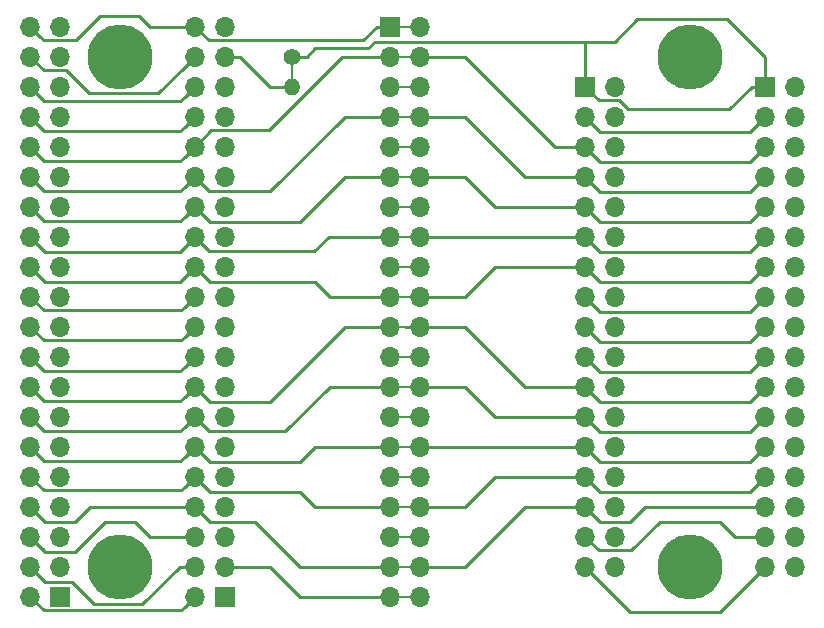
<source format=gbr>
G04 #@! TF.GenerationSoftware,KiCad,Pcbnew,(5.0.0)*
G04 #@! TF.CreationDate,2019-03-31T19:03:55-07:00*
G04 #@! TF.ProjectId,ulx3s_to_adda,756C7833735F746F5F616464612E6B69,rev?*
G04 #@! TF.SameCoordinates,Original*
G04 #@! TF.FileFunction,Copper,L2,Bot,Signal*
G04 #@! TF.FilePolarity,Positive*
%FSLAX46Y46*%
G04 Gerber Fmt 4.6, Leading zero omitted, Abs format (unit mm)*
G04 Created by KiCad (PCBNEW (5.0.0)) date 03/31/19 19:03:55*
%MOMM*%
%LPD*%
G01*
G04 APERTURE LIST*
G04 #@! TA.AperFunction,EtchedComponent*
%ADD10C,0.150000*%
G04 #@! TD*
G04 #@! TA.AperFunction,ComponentPad*
%ADD11O,1.400000X1.400000*%
G04 #@! TD*
G04 #@! TA.AperFunction,ComponentPad*
%ADD12C,1.400000*%
G04 #@! TD*
G04 #@! TA.AperFunction,ComponentPad*
%ADD13R,1.700000X1.700000*%
G04 #@! TD*
G04 #@! TA.AperFunction,ComponentPad*
%ADD14O,1.700000X1.700000*%
G04 #@! TD*
G04 #@! TA.AperFunction,ComponentPad*
%ADD15C,5.500000*%
G04 #@! TD*
G04 #@! TA.AperFunction,Conductor*
%ADD16C,0.250000*%
G04 #@! TD*
G04 APERTURE END LIST*
D10*
G04 #@! TO.C,R1*
X139065000Y-86360000D02*
X139065000Y-88900000D01*
G04 #@! TO.C,J3*
X149860000Y-86360000D02*
X147320000Y-86360000D01*
X149860000Y-88900000D02*
X147320000Y-88900000D01*
X149860000Y-83820000D02*
X147320000Y-83820000D01*
X149860000Y-91440000D02*
X147320000Y-91440000D01*
X149860000Y-93980000D02*
X147320000Y-93980000D01*
X149860000Y-96520000D02*
X147320000Y-96520000D01*
X149860000Y-99060000D02*
X147320000Y-99060000D01*
X149860000Y-101600000D02*
X147320000Y-101600000D01*
X149860000Y-104140000D02*
X147320000Y-104140000D01*
X149860000Y-106680000D02*
X147320000Y-106680000D01*
X149860000Y-109220000D02*
X147320000Y-109220000D01*
X149860000Y-111760000D02*
X147320000Y-111760000D01*
X149860000Y-114300000D02*
X147320000Y-114300000D01*
X149860000Y-116840000D02*
X147320000Y-116840000D01*
X149860000Y-119380000D02*
X147320000Y-119380000D01*
X149860000Y-121920000D02*
X147320000Y-121920000D01*
X149860000Y-124460000D02*
X147320000Y-124460000D01*
X149860000Y-127000000D02*
X147320000Y-127000000D01*
X149860000Y-129540000D02*
X147320000Y-129540000D01*
X149860000Y-132080000D02*
X147320000Y-132080000D01*
G04 #@! TD*
D11*
G04 #@! TO.P,R1,2*
G04 #@! TO.N,/GND37*
X139065000Y-88900000D03*
D12*
G04 #@! TO.P,R1,1*
G04 #@! TO.N,/DCOM*
X139065000Y-86360000D03*
G04 #@! TD*
D13*
G04 #@! TO.P,J5,1*
G04 #@! TO.N,/DCOM*
X179070000Y-88900000D03*
D14*
G04 #@! TO.P,J5,2*
G04 #@! TO.N,/VCC5*
X181610000Y-88900000D03*
G04 #@! TO.P,J5,3*
G04 #@! TO.N,/NC3*
X179070000Y-91440000D03*
G04 #@! TO.P,J5,4*
G04 #@! TO.N,/NC4*
X181610000Y-91440000D03*
G04 #@! TO.P,J5,5*
G04 #@! TO.N,/DADCLK*
X179070000Y-93980000D03*
G04 #@! TO.P,J5,6*
G04 #@! TO.N,/DADB7*
X181610000Y-93980000D03*
G04 #@! TO.P,J5,7*
G04 #@! TO.N,/DADB6*
X179070000Y-96520000D03*
G04 #@! TO.P,J5,8*
G04 #@! TO.N,/DADB5*
X181610000Y-96520000D03*
G04 #@! TO.P,J5,9*
G04 #@! TO.N,/DADB4*
X179070000Y-99060000D03*
G04 #@! TO.P,J5,10*
G04 #@! TO.N,/DADB3*
X181610000Y-99060000D03*
G04 #@! TO.P,J5,11*
G04 #@! TO.N,/DADB2*
X179070000Y-101600000D03*
G04 #@! TO.P,J5,12*
G04 #@! TO.N,/DADB1*
X181610000Y-101600000D03*
G04 #@! TO.P,J5,13*
G04 #@! TO.N,/DADB0*
X179070000Y-104140000D03*
G04 #@! TO.P,J5,14*
G04 #@! TO.N,/NC14*
X181610000Y-104140000D03*
G04 #@! TO.P,J5,15*
G04 #@! TO.N,/NC15*
X179070000Y-106680000D03*
G04 #@! TO.P,J5,16*
G04 #@! TO.N,/NC16*
X181610000Y-106680000D03*
G04 #@! TO.P,J5,17*
G04 #@! TO.N,/NC17*
X179070000Y-109220000D03*
G04 #@! TO.P,J5,18*
G04 #@! TO.N,/NC18*
X181610000Y-109220000D03*
G04 #@! TO.P,J5,19*
G04 #@! TO.N,/NC19*
X179070000Y-111760000D03*
G04 #@! TO.P,J5,20*
G04 #@! TO.N,/NC20*
X181610000Y-111760000D03*
G04 #@! TO.P,J5,21*
G04 #@! TO.N,/ADDB0*
X179070000Y-114300000D03*
G04 #@! TO.P,J5,22*
G04 #@! TO.N,/ADDB1*
X181610000Y-114300000D03*
G04 #@! TO.P,J5,23*
G04 #@! TO.N,/ADDB2*
X179070000Y-116840000D03*
G04 #@! TO.P,J5,24*
G04 #@! TO.N,/ADDB3*
X181610000Y-116840000D03*
G04 #@! TO.P,J5,25*
G04 #@! TO.N,/ADDB4*
X179070000Y-119380000D03*
G04 #@! TO.P,J5,26*
G04 #@! TO.N,/ADDB5*
X181610000Y-119380000D03*
G04 #@! TO.P,J5,27*
G04 #@! TO.N,/ADDB6*
X179070000Y-121920000D03*
G04 #@! TO.P,J5,28*
G04 #@! TO.N,/ADDB7*
X181610000Y-121920000D03*
G04 #@! TO.P,J5,29*
G04 #@! TO.N,/ADCLK*
X179070000Y-124460000D03*
G04 #@! TO.P,J5,30*
G04 #@! TO.N,/NC30*
X181610000Y-124460000D03*
G04 #@! TO.P,J5,31*
G04 #@! TO.N,/NC31*
X179070000Y-127000000D03*
G04 #@! TO.P,J5,32*
G04 #@! TO.N,/NC32*
X181610000Y-127000000D03*
G04 #@! TO.P,J5,33*
G04 #@! TO.N,/NC33*
X179070000Y-129540000D03*
G04 #@! TO.P,J5,34*
G04 #@! TO.N,/NC34*
X181610000Y-129540000D03*
G04 #@! TD*
G04 #@! TO.P,J4,34*
G04 #@! TO.N,/NC34*
X166370000Y-129540000D03*
G04 #@! TO.P,J4,33*
G04 #@! TO.N,/NC33*
X163830000Y-129540000D03*
G04 #@! TO.P,J4,32*
G04 #@! TO.N,/NC32*
X166370000Y-127000000D03*
G04 #@! TO.P,J4,31*
G04 #@! TO.N,/NC31*
X163830000Y-127000000D03*
G04 #@! TO.P,J4,30*
G04 #@! TO.N,/NC30*
X166370000Y-124460000D03*
G04 #@! TO.P,J4,29*
G04 #@! TO.N,/ADCLK*
X163830000Y-124460000D03*
G04 #@! TO.P,J4,28*
G04 #@! TO.N,/ADDB7*
X166370000Y-121920000D03*
G04 #@! TO.P,J4,27*
G04 #@! TO.N,/ADDB6*
X163830000Y-121920000D03*
G04 #@! TO.P,J4,26*
G04 #@! TO.N,/ADDB5*
X166370000Y-119380000D03*
G04 #@! TO.P,J4,25*
G04 #@! TO.N,/ADDB4*
X163830000Y-119380000D03*
G04 #@! TO.P,J4,24*
G04 #@! TO.N,/ADDB3*
X166370000Y-116840000D03*
G04 #@! TO.P,J4,23*
G04 #@! TO.N,/ADDB2*
X163830000Y-116840000D03*
G04 #@! TO.P,J4,22*
G04 #@! TO.N,/ADDB1*
X166370000Y-114300000D03*
G04 #@! TO.P,J4,21*
G04 #@! TO.N,/ADDB0*
X163830000Y-114300000D03*
G04 #@! TO.P,J4,20*
G04 #@! TO.N,/NC20*
X166370000Y-111760000D03*
G04 #@! TO.P,J4,19*
G04 #@! TO.N,/NC19*
X163830000Y-111760000D03*
G04 #@! TO.P,J4,18*
G04 #@! TO.N,/NC18*
X166370000Y-109220000D03*
G04 #@! TO.P,J4,17*
G04 #@! TO.N,/NC17*
X163830000Y-109220000D03*
G04 #@! TO.P,J4,16*
G04 #@! TO.N,/NC16*
X166370000Y-106680000D03*
G04 #@! TO.P,J4,15*
G04 #@! TO.N,/NC15*
X163830000Y-106680000D03*
G04 #@! TO.P,J4,14*
G04 #@! TO.N,/NC14*
X166370000Y-104140000D03*
G04 #@! TO.P,J4,13*
G04 #@! TO.N,/DADB0*
X163830000Y-104140000D03*
G04 #@! TO.P,J4,12*
G04 #@! TO.N,/DADB1*
X166370000Y-101600000D03*
G04 #@! TO.P,J4,11*
G04 #@! TO.N,/DADB2*
X163830000Y-101600000D03*
G04 #@! TO.P,J4,10*
G04 #@! TO.N,/DADB3*
X166370000Y-99060000D03*
G04 #@! TO.P,J4,9*
G04 #@! TO.N,/DADB4*
X163830000Y-99060000D03*
G04 #@! TO.P,J4,8*
G04 #@! TO.N,/DADB5*
X166370000Y-96520000D03*
G04 #@! TO.P,J4,7*
G04 #@! TO.N,/DADB6*
X163830000Y-96520000D03*
G04 #@! TO.P,J4,6*
G04 #@! TO.N,/DADB7*
X166370000Y-93980000D03*
G04 #@! TO.P,J4,5*
G04 #@! TO.N,/DADCLK*
X163830000Y-93980000D03*
G04 #@! TO.P,J4,4*
G04 #@! TO.N,/NC4*
X166370000Y-91440000D03*
G04 #@! TO.P,J4,3*
G04 #@! TO.N,/NC3*
X163830000Y-91440000D03*
G04 #@! TO.P,J4,2*
G04 #@! TO.N,/VCC5*
X166370000Y-88900000D03*
D13*
G04 #@! TO.P,J4,1*
G04 #@! TO.N,/DCOM*
X163830000Y-88900000D03*
G04 #@! TD*
D14*
G04 #@! TO.P,J2,40*
G04 #@! TO.N,/OUT5V*
X130810000Y-83820000D03*
G04 #@! TO.P,J2,39*
G04 #@! TO.N,/IN5V*
X133350000Y-83820000D03*
G04 #@! TO.P,J2,38*
G04 #@! TO.N,/GND38*
X130810000Y-86360000D03*
G04 #@! TO.P,J2,37*
G04 #@! TO.N,/GND37*
X133350000Y-86360000D03*
G04 #@! TO.P,J2,36*
G04 #@! TO.N,/GP27*
X130810000Y-88900000D03*
G04 #@! TO.P,J2,35*
G04 #@! TO.N,/GN27*
X133350000Y-88900000D03*
G04 #@! TO.P,J2,34*
G04 #@! TO.N,/GP26*
X130810000Y-91440000D03*
G04 #@! TO.P,J2,33*
G04 #@! TO.N,/GN26*
X133350000Y-91440000D03*
G04 #@! TO.P,J2,32*
G04 #@! TO.N,/GP25*
X130810000Y-93980000D03*
G04 #@! TO.P,J2,31*
G04 #@! TO.N,/GN25*
X133350000Y-93980000D03*
G04 #@! TO.P,J2,30*
G04 #@! TO.N,/GP24*
X130810000Y-96520000D03*
G04 #@! TO.P,J2,29*
G04 #@! TO.N,/GN24*
X133350000Y-96520000D03*
G04 #@! TO.P,J2,28*
G04 #@! TO.N,/GP23*
X130810000Y-99060000D03*
G04 #@! TO.P,J2,27*
G04 #@! TO.N,/GN23*
X133350000Y-99060000D03*
G04 #@! TO.P,J2,26*
G04 #@! TO.N,/GP22*
X130810000Y-101600000D03*
G04 #@! TO.P,J2,25*
G04 #@! TO.N,/GN22*
X133350000Y-101600000D03*
G04 #@! TO.P,J2,24*
G04 #@! TO.N,/GP21*
X130810000Y-104140000D03*
G04 #@! TO.P,J2,23*
G04 #@! TO.N,/GN21*
X133350000Y-104140000D03*
G04 #@! TO.P,J2,22*
G04 #@! TO.N,/GND22*
X130810000Y-106680000D03*
G04 #@! TO.P,J2,21*
G04 #@! TO.N,/GND21*
X133350000Y-106680000D03*
G04 #@! TO.P,J2,20*
G04 #@! TO.N,/3VP20*
X130810000Y-109220000D03*
G04 #@! TO.P,J2,19*
G04 #@! TO.N,/3VP19*
X133350000Y-109220000D03*
G04 #@! TO.P,J2,18*
G04 #@! TO.N,/GP20*
X130810000Y-111760000D03*
G04 #@! TO.P,J2,17*
G04 #@! TO.N,/GN20*
X133350000Y-111760000D03*
G04 #@! TO.P,J2,16*
G04 #@! TO.N,/GP19*
X130810000Y-114300000D03*
G04 #@! TO.P,J2,15*
G04 #@! TO.N,/GN19*
X133350000Y-114300000D03*
G04 #@! TO.P,J2,14*
G04 #@! TO.N,/GP18*
X130810000Y-116840000D03*
G04 #@! TO.P,J2,13*
G04 #@! TO.N,/GN18*
X133350000Y-116840000D03*
G04 #@! TO.P,J2,12*
G04 #@! TO.N,/GP17*
X130810000Y-119380000D03*
G04 #@! TO.P,J2,11*
G04 #@! TO.N,/GN17*
X133350000Y-119380000D03*
G04 #@! TO.P,J2,10*
G04 #@! TO.N,/GP16*
X130810000Y-121920000D03*
G04 #@! TO.P,J2,9*
G04 #@! TO.N,/GN16*
X133350000Y-121920000D03*
G04 #@! TO.P,J2,8*
G04 #@! TO.N,/GP15*
X130810000Y-124460000D03*
G04 #@! TO.P,J2,7*
G04 #@! TO.N,/GN15*
X133350000Y-124460000D03*
G04 #@! TO.P,J2,6*
G04 #@! TO.N,/GP14*
X130810000Y-127000000D03*
G04 #@! TO.P,J2,5*
G04 #@! TO.N,/GN14*
X133350000Y-127000000D03*
G04 #@! TO.P,J2,4*
G04 #@! TO.N,/GND4*
X130810000Y-129540000D03*
G04 #@! TO.P,J2,3*
G04 #@! TO.N,/GND3*
X133350000Y-129540000D03*
G04 #@! TO.P,J2,2*
G04 #@! TO.N,/3VP2*
X130810000Y-132080000D03*
D13*
G04 #@! TO.P,J2,1*
G04 #@! TO.N,/3VP1*
X133350000Y-132080000D03*
G04 #@! TD*
D14*
G04 #@! TO.P,J1,40*
G04 #@! TO.N,/OUT5V*
X116840000Y-83820000D03*
G04 #@! TO.P,J1,39*
G04 #@! TO.N,/IN5V*
X119380000Y-83820000D03*
G04 #@! TO.P,J1,38*
G04 #@! TO.N,/GND38*
X116840000Y-86360000D03*
G04 #@! TO.P,J1,37*
G04 #@! TO.N,/GND37*
X119380000Y-86360000D03*
G04 #@! TO.P,J1,36*
G04 #@! TO.N,/GP27*
X116840000Y-88900000D03*
G04 #@! TO.P,J1,35*
G04 #@! TO.N,/GN27*
X119380000Y-88900000D03*
G04 #@! TO.P,J1,34*
G04 #@! TO.N,/GP26*
X116840000Y-91440000D03*
G04 #@! TO.P,J1,33*
G04 #@! TO.N,/GN26*
X119380000Y-91440000D03*
G04 #@! TO.P,J1,32*
G04 #@! TO.N,/GP25*
X116840000Y-93980000D03*
G04 #@! TO.P,J1,31*
G04 #@! TO.N,/GN25*
X119380000Y-93980000D03*
G04 #@! TO.P,J1,30*
G04 #@! TO.N,/GP24*
X116840000Y-96520000D03*
G04 #@! TO.P,J1,29*
G04 #@! TO.N,/GN24*
X119380000Y-96520000D03*
G04 #@! TO.P,J1,28*
G04 #@! TO.N,/GP23*
X116840000Y-99060000D03*
G04 #@! TO.P,J1,27*
G04 #@! TO.N,/GN23*
X119380000Y-99060000D03*
G04 #@! TO.P,J1,26*
G04 #@! TO.N,/GP22*
X116840000Y-101600000D03*
G04 #@! TO.P,J1,25*
G04 #@! TO.N,/GN22*
X119380000Y-101600000D03*
G04 #@! TO.P,J1,24*
G04 #@! TO.N,/GP21*
X116840000Y-104140000D03*
G04 #@! TO.P,J1,23*
G04 #@! TO.N,/GN21*
X119380000Y-104140000D03*
G04 #@! TO.P,J1,22*
G04 #@! TO.N,/GND22*
X116840000Y-106680000D03*
G04 #@! TO.P,J1,21*
G04 #@! TO.N,/GND21*
X119380000Y-106680000D03*
G04 #@! TO.P,J1,20*
G04 #@! TO.N,/3VP20*
X116840000Y-109220000D03*
G04 #@! TO.P,J1,19*
G04 #@! TO.N,/3VP19*
X119380000Y-109220000D03*
G04 #@! TO.P,J1,18*
G04 #@! TO.N,/GP20*
X116840000Y-111760000D03*
G04 #@! TO.P,J1,17*
G04 #@! TO.N,/GN20*
X119380000Y-111760000D03*
G04 #@! TO.P,J1,16*
G04 #@! TO.N,/GP19*
X116840000Y-114300000D03*
G04 #@! TO.P,J1,15*
G04 #@! TO.N,/GN19*
X119380000Y-114300000D03*
G04 #@! TO.P,J1,14*
G04 #@! TO.N,/GP18*
X116840000Y-116840000D03*
G04 #@! TO.P,J1,13*
G04 #@! TO.N,/GN18*
X119380000Y-116840000D03*
G04 #@! TO.P,J1,12*
G04 #@! TO.N,/GP17*
X116840000Y-119380000D03*
G04 #@! TO.P,J1,11*
G04 #@! TO.N,/GN17*
X119380000Y-119380000D03*
G04 #@! TO.P,J1,10*
G04 #@! TO.N,/GP16*
X116840000Y-121920000D03*
G04 #@! TO.P,J1,9*
G04 #@! TO.N,/GN16*
X119380000Y-121920000D03*
G04 #@! TO.P,J1,8*
G04 #@! TO.N,/GP15*
X116840000Y-124460000D03*
G04 #@! TO.P,J1,7*
G04 #@! TO.N,/GN15*
X119380000Y-124460000D03*
G04 #@! TO.P,J1,6*
G04 #@! TO.N,/GP14*
X116840000Y-127000000D03*
G04 #@! TO.P,J1,5*
G04 #@! TO.N,/GN14*
X119380000Y-127000000D03*
G04 #@! TO.P,J1,4*
G04 #@! TO.N,/GND4*
X116840000Y-129540000D03*
G04 #@! TO.P,J1,3*
G04 #@! TO.N,/GND3*
X119380000Y-129540000D03*
G04 #@! TO.P,J1,2*
G04 #@! TO.N,/3VP2*
X116840000Y-132080000D03*
D13*
G04 #@! TO.P,J1,1*
G04 #@! TO.N,/3VP1*
X119380000Y-132080000D03*
G04 #@! TD*
G04 #@! TO.P,J3,1*
G04 #@! TO.N,/OUT5V*
X147320000Y-83820000D03*
D14*
G04 #@! TO.P,J3,2*
G04 #@! TO.N,/VCC5*
X149860000Y-83820000D03*
G04 #@! TO.P,J3,3*
G04 #@! TO.N,/GP25*
X147320000Y-86360000D03*
G04 #@! TO.P,J3,4*
G04 #@! TO.N,/DADCLK*
X149860000Y-86360000D03*
G04 #@! TO.P,J3,5*
G04 #@! TO.N,/GN25*
X147320000Y-88900000D03*
G04 #@! TO.P,J3,6*
G04 #@! TO.N,/DADB7*
X149860000Y-88900000D03*
G04 #@! TO.P,J3,7*
G04 #@! TO.N,/GP24*
X147320000Y-91440000D03*
G04 #@! TO.P,J3,8*
G04 #@! TO.N,/DADB6*
X149860000Y-91440000D03*
G04 #@! TO.P,J3,9*
G04 #@! TO.N,/GN24*
X147320000Y-93980000D03*
G04 #@! TO.P,J3,10*
G04 #@! TO.N,/DADB5*
X149860000Y-93980000D03*
G04 #@! TO.P,J3,11*
G04 #@! TO.N,/GP23*
X147320000Y-96520000D03*
G04 #@! TO.P,J3,12*
G04 #@! TO.N,/DADB4*
X149860000Y-96520000D03*
G04 #@! TO.P,J3,13*
G04 #@! TO.N,/GN23*
X147320000Y-99060000D03*
G04 #@! TO.P,J3,14*
G04 #@! TO.N,/DADB3*
X149860000Y-99060000D03*
G04 #@! TO.P,J3,15*
G04 #@! TO.N,/GP22*
X147320000Y-101600000D03*
G04 #@! TO.P,J3,16*
G04 #@! TO.N,/DADB2*
X149860000Y-101600000D03*
G04 #@! TO.P,J3,17*
G04 #@! TO.N,/GN22*
X147320000Y-104140000D03*
G04 #@! TO.P,J3,18*
G04 #@! TO.N,/DADB1*
X149860000Y-104140000D03*
G04 #@! TO.P,J3,19*
G04 #@! TO.N,/GP21*
X147320000Y-106680000D03*
G04 #@! TO.P,J3,20*
G04 #@! TO.N,/DADB0*
X149860000Y-106680000D03*
G04 #@! TO.P,J3,21*
G04 #@! TO.N,/GP19*
X147320000Y-109220000D03*
G04 #@! TO.P,J3,22*
G04 #@! TO.N,/ADDB0*
X149860000Y-109220000D03*
G04 #@! TO.P,J3,23*
G04 #@! TO.N,/GN19*
X147320000Y-111760000D03*
G04 #@! TO.P,J3,24*
G04 #@! TO.N,/ADDB1*
X149860000Y-111760000D03*
G04 #@! TO.P,J3,25*
G04 #@! TO.N,/GP18*
X147320000Y-114300000D03*
G04 #@! TO.P,J3,26*
G04 #@! TO.N,/ADDB2*
X149860000Y-114300000D03*
G04 #@! TO.P,J3,27*
G04 #@! TO.N,/GN18*
X147320000Y-116840000D03*
G04 #@! TO.P,J3,28*
G04 #@! TO.N,/ADDB3*
X149860000Y-116840000D03*
G04 #@! TO.P,J3,29*
G04 #@! TO.N,/GP17*
X147320000Y-119380000D03*
G04 #@! TO.P,J3,30*
G04 #@! TO.N,/ADDB4*
X149860000Y-119380000D03*
G04 #@! TO.P,J3,31*
G04 #@! TO.N,/GN17*
X147320000Y-121920000D03*
G04 #@! TO.P,J3,32*
G04 #@! TO.N,/ADDB5*
X149860000Y-121920000D03*
G04 #@! TO.P,J3,33*
G04 #@! TO.N,/GP16*
X147320000Y-124460000D03*
G04 #@! TO.P,J3,34*
G04 #@! TO.N,/ADDB6*
X149860000Y-124460000D03*
G04 #@! TO.P,J3,35*
G04 #@! TO.N,/GN16*
X147320000Y-127000000D03*
G04 #@! TO.P,J3,36*
G04 #@! TO.N,/ADDB7*
X149860000Y-127000000D03*
G04 #@! TO.P,J3,37*
G04 #@! TO.N,/GP15*
X147320000Y-129540000D03*
G04 #@! TO.P,J3,38*
G04 #@! TO.N,/ADCLK*
X149860000Y-129540000D03*
G04 #@! TO.P,J3,39*
G04 #@! TO.N,/GND3*
X147320000Y-132080000D03*
G04 #@! TO.P,J3,40*
G04 #@! TO.N,/DCOM*
X149860000Y-132080000D03*
G04 #@! TD*
D15*
G04 #@! TO.P,MH1,1*
G04 #@! TO.N,N/C*
X124460000Y-86360000D03*
G04 #@! TD*
G04 #@! TO.P,MH4,2*
G04 #@! TO.N,N/C*
X124460000Y-129540000D03*
G04 #@! TD*
G04 #@! TO.P,MH3,3*
G04 #@! TO.N,N/C*
X172720000Y-129540000D03*
G04 #@! TD*
G04 #@! TO.P,MH2,4*
G04 #@! TO.N,N/C*
X172720000Y-86360000D03*
G04 #@! TD*
D16*
G04 #@! TO.N,/ADDB6*
X163830000Y-121920000D02*
X165100000Y-123190000D01*
X177800000Y-123190000D02*
X179070000Y-121920000D01*
X165100000Y-123190000D02*
X177800000Y-123190000D01*
X163830000Y-121920000D02*
X156210000Y-121920000D01*
X153670000Y-124460000D02*
X149860000Y-124460000D01*
X156210000Y-121920000D02*
X153670000Y-124460000D01*
G04 #@! TO.N,/ADCLK*
X163830000Y-124460000D02*
X158750000Y-124460000D01*
X153670000Y-129540000D02*
X149860000Y-129540000D01*
X158750000Y-124460000D02*
X153670000Y-129540000D01*
X163830000Y-124460000D02*
X165100000Y-125730000D01*
X165100000Y-125730000D02*
X167640000Y-125730000D01*
X168910000Y-124460000D02*
X179070000Y-124460000D01*
X167640000Y-125730000D02*
X168910000Y-124460000D01*
G04 #@! TO.N,/NC33*
X167640000Y-133350000D02*
X163830000Y-129540000D01*
X179070000Y-129540000D02*
X175260000Y-133350000D01*
X175260000Y-133350000D02*
X167640000Y-133350000D01*
G04 #@! TO.N,/NC31*
X165005001Y-128175001D02*
X167734999Y-128175001D01*
X163830000Y-127000000D02*
X165005001Y-128175001D01*
X167734999Y-128175001D02*
X170180000Y-125730000D01*
X170180000Y-125730000D02*
X175260000Y-125730000D01*
X176530000Y-127000000D02*
X179070000Y-127000000D01*
X175260000Y-125730000D02*
X176530000Y-127000000D01*
G04 #@! TO.N,/ADDB4*
X163830000Y-119380000D02*
X165100000Y-120650000D01*
X177800000Y-120650000D02*
X179070000Y-119380000D01*
X165100000Y-120650000D02*
X177800000Y-120650000D01*
X163830000Y-119380000D02*
X149860000Y-119380000D01*
G04 #@! TO.N,/ADDB2*
X163830000Y-116840000D02*
X165100000Y-118110000D01*
X165100000Y-118110000D02*
X177800000Y-118110000D01*
X177800000Y-118110000D02*
X179070000Y-116840000D01*
X163830000Y-116840000D02*
X156210000Y-116840000D01*
X156210000Y-116840000D02*
X153670000Y-114300000D01*
X153670000Y-114300000D02*
X149860000Y-114300000D01*
G04 #@! TO.N,/ADDB0*
X163830000Y-114300000D02*
X165100000Y-115570000D01*
X165100000Y-115570000D02*
X177800000Y-115570000D01*
X177800000Y-115570000D02*
X179070000Y-114300000D01*
X163830000Y-114300000D02*
X158750000Y-114300000D01*
X158750000Y-114300000D02*
X153670000Y-109220000D01*
X153670000Y-109220000D02*
X148590000Y-109220000D01*
G04 #@! TO.N,/NC19*
X163830000Y-111760000D02*
X165100000Y-113030000D01*
X165100000Y-113030000D02*
X177800000Y-113030000D01*
X177800000Y-113030000D02*
X179070000Y-111760000D01*
G04 #@! TO.N,/NC17*
X163830000Y-109220000D02*
X165100000Y-110490000D01*
X165100000Y-110490000D02*
X177800000Y-110490000D01*
X177800000Y-110490000D02*
X179070000Y-109220000D01*
G04 #@! TO.N,/NC15*
X163830000Y-106680000D02*
X165100000Y-107950000D01*
X165100000Y-107950000D02*
X177800000Y-107950000D01*
X177800000Y-107950000D02*
X179070000Y-106680000D01*
G04 #@! TO.N,/DADB0*
X163830000Y-104140000D02*
X165100000Y-105410000D01*
X165100000Y-105410000D02*
X177800000Y-105410000D01*
X177800000Y-105410000D02*
X179070000Y-104140000D01*
X163830000Y-104140000D02*
X156210000Y-104140000D01*
X153670000Y-106680000D02*
X149860000Y-106680000D01*
X156210000Y-104140000D02*
X153670000Y-106680000D01*
G04 #@! TO.N,/DADB2*
X163830000Y-101600000D02*
X165100000Y-102870000D01*
X165100000Y-102870000D02*
X177800000Y-102870000D01*
X177800000Y-102870000D02*
X179070000Y-101600000D01*
X163830000Y-101600000D02*
X149860000Y-101600000D01*
G04 #@! TO.N,/DADB4*
X163830000Y-99060000D02*
X165100000Y-100330000D01*
X165100000Y-100330000D02*
X177800000Y-100330000D01*
X177800000Y-100330000D02*
X179070000Y-99060000D01*
X163830000Y-99060000D02*
X156210000Y-99060000D01*
X153670000Y-96520000D02*
X149860000Y-96520000D01*
X156210000Y-99060000D02*
X153670000Y-96520000D01*
G04 #@! TO.N,/DADB6*
X163830000Y-96520000D02*
X165100000Y-97790000D01*
X165100000Y-97790000D02*
X177800000Y-97790000D01*
X177800000Y-97790000D02*
X179070000Y-96520000D01*
X163830000Y-96520000D02*
X158750000Y-96520000D01*
X153670000Y-91440000D02*
X149860000Y-91440000D01*
X158750000Y-96520000D02*
X153670000Y-91440000D01*
G04 #@! TO.N,/DADCLK*
X163830000Y-93980000D02*
X165100000Y-95250000D01*
X165100000Y-95250000D02*
X177800000Y-95250000D01*
X177800000Y-95250000D02*
X179070000Y-93980000D01*
X163830000Y-93980000D02*
X161290000Y-93980000D01*
X153670000Y-86360000D02*
X149860000Y-86360000D01*
X161290000Y-93980000D02*
X153670000Y-86360000D01*
G04 #@! TO.N,/NC3*
X178220001Y-92289999D02*
X179070000Y-91440000D01*
X177800000Y-92710000D02*
X178220001Y-92289999D01*
X165100000Y-92710000D02*
X177800000Y-92710000D01*
X163830000Y-91440000D02*
X165100000Y-92710000D01*
G04 #@! TO.N,/DCOM*
X163830000Y-88900000D02*
X163830000Y-87800000D01*
X166744003Y-90075001D02*
X165005001Y-90075001D01*
X167474002Y-90805000D02*
X166744003Y-90075001D01*
X176065000Y-90805000D02*
X167474002Y-90805000D01*
X179070000Y-88900000D02*
X177970000Y-88900000D01*
X177970000Y-88900000D02*
X176065000Y-90805000D01*
X165005001Y-90075001D02*
X163830000Y-88900000D01*
X140335000Y-86360000D02*
X139065000Y-86360000D01*
X141034999Y-85660001D02*
X140335000Y-86360000D01*
X145479999Y-85660001D02*
X141034999Y-85660001D01*
X146050000Y-85090000D02*
X145479999Y-85660001D01*
X166370000Y-85090000D02*
X146050000Y-85090000D01*
X179070000Y-86360000D02*
X179070000Y-88900000D01*
X175895000Y-83185000D02*
X179070000Y-86360000D01*
X168275000Y-83185000D02*
X175895000Y-83185000D01*
X163830000Y-88900000D02*
X163830000Y-85090000D01*
X163830000Y-85090000D02*
X166370000Y-85090000D01*
X166370000Y-85090000D02*
X168275000Y-83185000D01*
G04 #@! TO.N,/OUT5V*
X146220000Y-83820000D02*
X147320000Y-83820000D01*
X145044999Y-84995001D02*
X146220000Y-83820000D01*
X131985001Y-84995001D02*
X145044999Y-84995001D01*
X130810000Y-83820000D02*
X131985001Y-84995001D01*
X130810000Y-83820000D02*
X127000000Y-83820000D01*
X126130010Y-82950010D02*
X122789990Y-82950010D01*
X127000000Y-83820000D02*
X126130010Y-82950010D01*
X117689999Y-84669999D02*
X116840000Y-83820000D01*
X118015001Y-84995001D02*
X117689999Y-84669999D01*
X120744999Y-84995001D02*
X118015001Y-84995001D01*
X122789990Y-82950010D02*
X120744999Y-84995001D01*
G04 #@! TO.N,/GP27*
X129960001Y-89749999D02*
X130810000Y-88900000D01*
X129584999Y-90125001D02*
X129960001Y-89749999D01*
X118065001Y-90125001D02*
X129584999Y-90125001D01*
X116840000Y-88900000D02*
X118065001Y-90125001D01*
G04 #@! TO.N,/GP26*
X129960001Y-92289999D02*
X130810000Y-91440000D01*
X129584999Y-92665001D02*
X129960001Y-92289999D01*
X118065001Y-92665001D02*
X129584999Y-92665001D01*
X116840000Y-91440000D02*
X118065001Y-92665001D01*
G04 #@! TO.N,/GP25*
X129960001Y-94829999D02*
X130810000Y-93980000D01*
X129584999Y-95205001D02*
X129960001Y-94829999D01*
X118065001Y-95205001D02*
X129584999Y-95205001D01*
X116840000Y-93980000D02*
X118065001Y-95205001D01*
X132174999Y-92615001D02*
X137065001Y-92615001D01*
X130810000Y-93980000D02*
X132174999Y-92615001D01*
X137065001Y-92615001D02*
X143320002Y-86360000D01*
X143320002Y-86360000D02*
X147320000Y-86360000D01*
G04 #@! TO.N,/GP24*
X129960001Y-97369999D02*
X130810000Y-96520000D01*
X129584999Y-97745001D02*
X129960001Y-97369999D01*
X118065001Y-97745001D02*
X129584999Y-97745001D01*
X116840000Y-96520000D02*
X118065001Y-97745001D01*
X132035001Y-97745001D02*
X137204999Y-97745001D01*
X130810000Y-96520000D02*
X132035001Y-97745001D01*
X143510000Y-91440000D02*
X147320000Y-91440000D01*
X137204999Y-97745001D02*
X143510000Y-91440000D01*
G04 #@! TO.N,/GP23*
X129960001Y-99909999D02*
X130810000Y-99060000D01*
X129584999Y-100285001D02*
X129960001Y-99909999D01*
X118065001Y-100285001D02*
X129584999Y-100285001D01*
X116840000Y-99060000D02*
X118065001Y-100285001D01*
X143510000Y-96520000D02*
X147320000Y-96520000D01*
X139700000Y-100330000D02*
X143510000Y-96520000D01*
X130810000Y-99060000D02*
X132080000Y-100330000D01*
X132080000Y-100330000D02*
X139700000Y-100330000D01*
G04 #@! TO.N,/GP22*
X129960001Y-102449999D02*
X130810000Y-101600000D01*
X129540000Y-102870000D02*
X129960001Y-102449999D01*
X118110000Y-102870000D02*
X129540000Y-102870000D01*
X116840000Y-101600000D02*
X118110000Y-102870000D01*
X130810000Y-101600000D02*
X132035001Y-102825001D01*
X132035001Y-102825001D02*
X140925001Y-102825001D01*
X140925001Y-102825001D02*
X142150002Y-101600000D01*
X142150002Y-101600000D02*
X147320000Y-101600000D01*
G04 #@! TO.N,/GP21*
X129960001Y-104989999D02*
X130810000Y-104140000D01*
X129540000Y-105410000D02*
X129960001Y-104989999D01*
X118110000Y-105410000D02*
X129540000Y-105410000D01*
X116840000Y-104140000D02*
X118110000Y-105410000D01*
X130810000Y-104140000D02*
X132080000Y-105410000D01*
X132080000Y-105410000D02*
X140970000Y-105410000D01*
X140970000Y-105410000D02*
X142240000Y-106680000D01*
X142240000Y-106680000D02*
X147320000Y-106680000D01*
G04 #@! TO.N,/GP20*
X129960001Y-112609999D02*
X130810000Y-111760000D01*
X129584999Y-112985001D02*
X129960001Y-112609999D01*
X118065001Y-112985001D02*
X129584999Y-112985001D01*
X116840000Y-111760000D02*
X118065001Y-112985001D01*
G04 #@! TO.N,/GP19*
X129960001Y-115149999D02*
X130810000Y-114300000D01*
X129584999Y-115525001D02*
X129960001Y-115149999D01*
X118065001Y-115525001D02*
X129584999Y-115525001D01*
X116840000Y-114300000D02*
X118065001Y-115525001D01*
X130810000Y-114300000D02*
X132080000Y-115570000D01*
X132080000Y-115570000D02*
X137160000Y-115570000D01*
X143510000Y-109220000D02*
X147320000Y-109220000D01*
X137160000Y-115570000D02*
X143510000Y-109220000D01*
G04 #@! TO.N,/GP18*
X129960001Y-117689999D02*
X130810000Y-116840000D01*
X129584999Y-118065001D02*
X129960001Y-117689999D01*
X118065001Y-118065001D02*
X129584999Y-118065001D01*
X116840000Y-116840000D02*
X118065001Y-118065001D01*
X132035001Y-118065001D02*
X138474999Y-118065001D01*
X130810000Y-116840000D02*
X132035001Y-118065001D01*
X142240000Y-114300000D02*
X147320000Y-114300000D01*
X138474999Y-118065001D02*
X142240000Y-114300000D01*
G04 #@! TO.N,/GP17*
X129960001Y-120229999D02*
X130810000Y-119380000D01*
X129584999Y-120605001D02*
X129960001Y-120229999D01*
X118065001Y-120605001D02*
X129584999Y-120605001D01*
X116840000Y-119380000D02*
X118065001Y-120605001D01*
X132080000Y-120650000D02*
X139700000Y-120650000D01*
X130810000Y-119380000D02*
X132080000Y-120650000D01*
X140970000Y-119380000D02*
X147320000Y-119380000D01*
X139700000Y-120650000D02*
X140970000Y-119380000D01*
G04 #@! TO.N,/GND38*
X129960001Y-87209999D02*
X130810000Y-86360000D01*
X127734999Y-89435001D02*
X129960001Y-87209999D01*
X121844001Y-89435001D02*
X127734999Y-89435001D01*
X119944001Y-87535001D02*
X121844001Y-89435001D01*
X118015001Y-87535001D02*
X119944001Y-87535001D01*
X116840000Y-86360000D02*
X118015001Y-87535001D01*
G04 #@! TO.N,/GND37*
X134620000Y-86360000D02*
X137160000Y-88900000D01*
X133350000Y-86360000D02*
X134620000Y-86360000D01*
X137160000Y-88900000D02*
X139065000Y-88900000D01*
G04 #@! TO.N,/GND22*
X129960001Y-107529999D02*
X130810000Y-106680000D01*
X129634999Y-107855001D02*
X129960001Y-107529999D01*
X118015001Y-107855001D02*
X129634999Y-107855001D01*
X116840000Y-106680000D02*
X118015001Y-107855001D01*
G04 #@! TO.N,/3VP20*
X129960001Y-110069999D02*
X130810000Y-109220000D01*
X129634999Y-110395001D02*
X129960001Y-110069999D01*
X118015001Y-110395001D02*
X129634999Y-110395001D01*
X116840000Y-109220000D02*
X118015001Y-110395001D01*
G04 #@! TO.N,/GP16*
X129960001Y-122769999D02*
X130810000Y-121920000D01*
X129634999Y-123095001D02*
X129960001Y-122769999D01*
X118015001Y-123095001D02*
X129634999Y-123095001D01*
X116840000Y-121920000D02*
X118015001Y-123095001D01*
X130810000Y-121920000D02*
X132080000Y-123190000D01*
X132080000Y-123190000D02*
X139700000Y-123190000D01*
X140970000Y-124460000D02*
X147320000Y-124460000D01*
X139700000Y-123190000D02*
X140970000Y-124460000D01*
G04 #@! TO.N,/GP15*
X121920000Y-124460000D02*
X130810000Y-124460000D01*
X120650000Y-125730000D02*
X121920000Y-124460000D01*
X116840000Y-124460000D02*
X118110000Y-125730000D01*
X118110000Y-125730000D02*
X120650000Y-125730000D01*
X132080000Y-125730000D02*
X130810000Y-124460000D01*
X135890000Y-125730000D02*
X132080000Y-125730000D01*
X147320000Y-129540000D02*
X139700000Y-129540000D01*
X139700000Y-129540000D02*
X135890000Y-125730000D01*
G04 #@! TO.N,/GP14*
X116840000Y-127000000D02*
X118015001Y-128175001D01*
X128270000Y-127000000D02*
X130810000Y-127000000D01*
X125730000Y-125730000D02*
X127000000Y-127000000D01*
X120650000Y-128270000D02*
X123190000Y-125730000D01*
X116840000Y-127000000D02*
X118110000Y-128270000D01*
X118110000Y-128270000D02*
X120650000Y-128270000D01*
X127000000Y-127000000D02*
X128270000Y-127000000D01*
X123190000Y-125730000D02*
X125730000Y-125730000D01*
G04 #@! TO.N,/GND4*
X116840000Y-129540000D02*
X118110000Y-130810000D01*
X120395002Y-130810000D02*
X122300002Y-132715000D01*
X118110000Y-130810000D02*
X120395002Y-130810000D01*
X122300002Y-132715000D02*
X126365000Y-132715000D01*
X126365000Y-132715000D02*
X129540000Y-129540000D01*
X129540000Y-129540000D02*
X130810000Y-129540000D01*
G04 #@! TO.N,/GND3*
X147320000Y-132080000D02*
X139700000Y-132080000D01*
X139700000Y-132080000D02*
X137160000Y-129540000D01*
X137160000Y-129540000D02*
X133350000Y-129540000D01*
G04 #@! TO.N,/3VP2*
X129960001Y-132929999D02*
X130810000Y-132080000D01*
X129634999Y-133255001D02*
X129960001Y-132929999D01*
X118015001Y-133255001D02*
X129634999Y-133255001D01*
X116840000Y-132080000D02*
X118015001Y-133255001D01*
G04 #@! TD*
M02*

</source>
